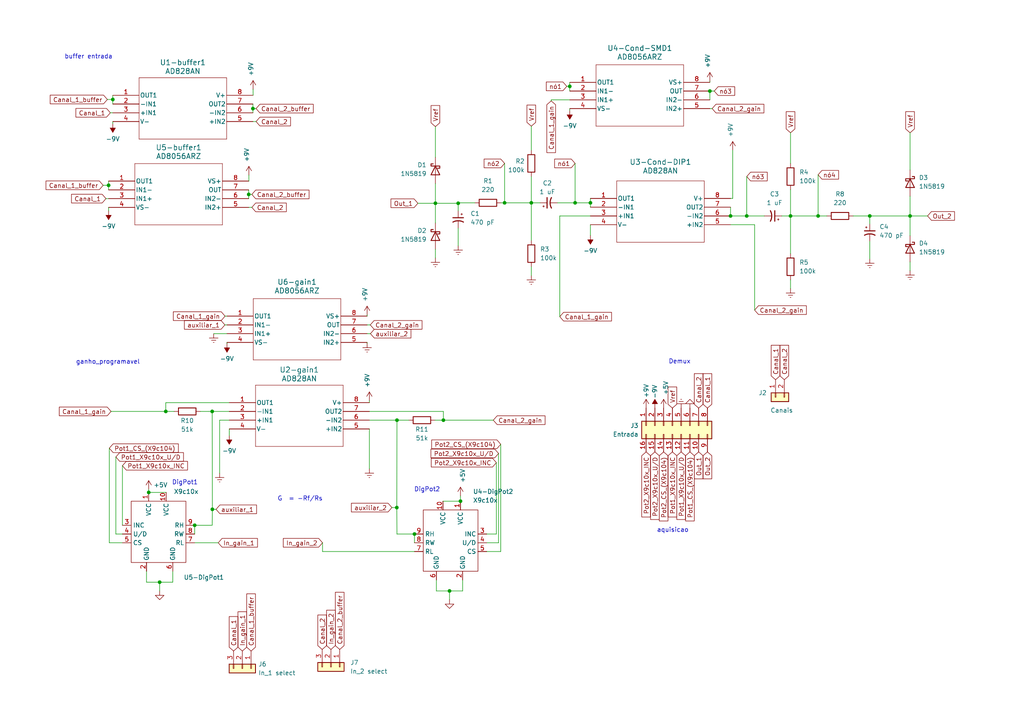
<source format=kicad_sch>
(kicad_sch (version 20230121) (generator eeschema)
  (paper "A4")
  (lib_symbols
    (symbol "AD8056ARZ:AD8056ARZ" (pin_names (offset 0.254))
      (property "Reference" "U" (at 20.32 10.16 0))
      (property "Value" "AD8056ARZ" (at 20.32 7.62 0))
      (symbol "AD8056ARZ_1_1"
        (polyline (pts (xy 7.62 -12.7) (xy 33.02 -12.7)) (stroke (width 0.127)))
        (polyline (pts (xy 7.62 5.08) (xy 7.62 -12.7)) (stroke (width 0.127)))
        (polyline (pts (xy 33.02 -12.7) (xy 33.02 5.08)) (stroke (width 0.127)))
        (polyline (pts (xy 33.02 5.08) (xy 7.62 5.08)) (stroke (width 0.127)))
        (pin unspecified line (at 0 0 0) (length 7.62) (name "OUT1") (number "1"))
        (pin unspecified line (at 0 -2.54 0) (length 7.62) (name "IN1-") (number "2"))
        (pin unspecified line (at 0 -5.08 0) (length 7.62) (name "IN1+") (number "3"))
        (pin power_in line (at 0 -7.62 0) (length 7.62) (name "VS-") (number "4"))
        (pin unspecified line (at 40.64 -7.62 180) (length 7.62) (name "IN2+") (number "5"))
        (pin unspecified line (at 40.64 -5.08 180) (length 7.62) (name "IN2-") (number "6"))
        (pin unspecified line (at 40.64 -2.54 180) (length 7.62) (name "OUT") (number "7"))
        (pin power_in line (at 40.64 0 180) (length 7.62) (name "VS+") (number "8"))
      )
    )
    (symbol "AD828AN:AD828AN" (pin_names (offset 0.254))
      (property "Reference" "U" (at 20.32 10.16 0))
      (property "Value" "AD828AN" (at 20.32 7.62 0))
      (symbol "AD828AN_0_1"
        (polyline (pts (xy 7.62 -12.7) (xy 33.02 -12.7)) (stroke (width 0.127)))
        (polyline (pts (xy 7.62 5.08) (xy 7.62 -12.7)) (stroke (width 0.127)))
        (polyline (pts (xy 33.02 -12.7) (xy 33.02 5.08)) (stroke (width 0.127)))
        (polyline (pts (xy 33.02 5.08) (xy 7.62 5.08)) (stroke (width 0.127)))
        (pin unspecified line (at 0 0 0) (length 7.62) (name "OUT1") (number "1"))
        (pin unspecified line (at 0 -2.54 0) (length 7.62) (name "-IN1") (number "2"))
        (pin unspecified line (at 0 -5.08 0) (length 7.62) (name "+IN1") (number "3"))
        (pin power_in line (at 0 -7.62 0) (length 7.62) (name "V-") (number "4"))
        (pin unspecified line (at 40.64 -7.62 180) (length 7.62) (name "+IN2") (number "5"))
        (pin unspecified line (at 40.64 -5.08 180) (length 7.62) (name "-IN2") (number "6"))
        (pin unspecified line (at 40.64 -2.54 180) (length 7.62) (name "OUT2") (number "7"))
        (pin power_in line (at 40.64 0 180) (length 7.62) (name "V+") (number "8"))
      )
    )
    (symbol "Connector_Generic:Conn_01x02" (pin_names (offset 1.016) hide)
      (property "Reference" "J" (at 0 2.54 0))
      (property "Value" "Conn_01x02" (at 0 -5.08 0))
      (symbol "Conn_01x02_1_1"
        (rectangle (start -1.27 -2.413) (end 0 -2.667) (stroke (width 0.1524)))
        (rectangle (start -1.27 0.127) (end 0 -0.127) (stroke (width 0.1524)))
        (rectangle (start -1.27 1.27) (end 1.27 -3.81) (stroke (width 0.254)) (fill (type background)))
        (pin passive line (at -5.08 0 0) (length 3.81) (name "Pin_1") (number "1"))
        (pin passive line (at -5.08 -2.54 0) (length 3.81) (name "Pin_2") (number "2"))
      )
    )
    (symbol "Connector_Generic:Conn_01x03" (pin_names (offset 1.016) hide)
      (property "Reference" "J" (at 0 5.08 0))
      (property "Value" "Conn_01x03" (at 0 -5.08 0))
      (symbol "Conn_01x03_1_1"
        (rectangle (start -1.27 -2.413) (end 0 -2.667) (stroke (width 0.1524)))
        (rectangle (start -1.27 0.127) (end 0 -0.127) (stroke (width 0.1524)))
        (rectangle (start -1.27 2.667) (end 0 2.413) (stroke (width 0.1524)))
        (rectangle (start -1.27 3.81) (end 1.27 -3.81) (stroke (width 0.254)) (fill (type background)))
        (pin passive line (at -5.08 2.54 0) (length 3.81) (name "Pin_1") (number "1"))
        (pin passive line (at -5.08 0 0) (length 3.81) (name "Pin_2") (number "2"))
        (pin passive line (at -5.08 -2.54 0) (length 3.81) (name "Pin_3") (number "3"))
      )
    )
    (symbol "Connector_Generic:Conn_02x08_Counter_Clockwise" (pin_names (offset 1.016) hide)
      (property "Reference" "J" (at 1.27 10.16 0))
      (property "Value" "Conn_02x08_Counter_Clockwise" (at 1.27 -12.7 0))
      (symbol "Conn_02x08_Counter_Clockwise_1_1"
        (rectangle (start -1.27 -10.033) (end 0 -10.287) (stroke (width 0.1524)))
        (rectangle (start -1.27 -7.493) (end 0 -7.747) (stroke (width 0.1524)))
        (rectangle (start -1.27 -4.953) (end 0 -5.207) (stroke (width 0.1524)))
        (rectangle (start -1.27 -2.413) (end 0 -2.667) (stroke (width 0.1524)))
        (rectangle (start -1.27 0.127) (end 0 -0.127) (stroke (width 0.1524)))
        (rectangle (start -1.27 2.667) (end 0 2.413) (stroke (width 0.1524)))
        (rectangle (start -1.27 5.207) (end 0 4.953) (stroke (width 0.1524)))
        (rectangle (start -1.27 7.747) (end 0 7.493) (stroke (width 0.1524)))
        (rectangle (start -1.27 8.89) (end 3.81 -11.43) (stroke (width 0.254)) (fill (type background)))
        (rectangle (start 3.81 -10.033) (end 2.54 -10.287) (stroke (width 0.1524)))
        (rectangle (start 3.81 -7.493) (end 2.54 -7.747) (stroke (width 0.1524)))
        (rectangle (start 3.81 -4.953) (end 2.54 -5.207) (stroke (width 0.1524)))
        (rectangle (start 3.81 -2.413) (end 2.54 -2.667) (stroke (width 0.1524)))
        (rectangle (start 3.81 0.127) (end 2.54 -0.127) (stroke (width 0.1524)))
        (rectangle (start 3.81 2.667) (end 2.54 2.413) (stroke (width 0.1524)))
        (rectangle (start 3.81 5.207) (end 2.54 4.953) (stroke (width 0.1524)))
        (rectangle (start 3.81 7.747) (end 2.54 7.493) (stroke (width 0.1524)))
        (pin passive line (at -5.08 7.62 0) (length 3.81) (name "Pin_1") (number "1"))
        (pin passive line (at 7.62 -7.62 180) (length 3.81) (name "Pin_10") (number "10"))
        (pin passive line (at 7.62 -5.08 180) (length 3.81) (name "Pin_11") (number "11"))
        (pin passive line (at 7.62 -2.54 180) (length 3.81) (name "Pin_12") (number "12"))
        (pin passive line (at 7.62 0 180) (length 3.81) (name "Pin_13") (number "13"))
        (pin passive line (at 7.62 2.54 180) (length 3.81) (name "Pin_14") (number "14"))
        (pin passive line (at 7.62 5.08 180) (length 3.81) (name "Pin_15") (number "15"))
        (pin passive line (at 7.62 7.62 180) (length 3.81) (name "Pin_16") (number "16"))
        (pin passive line (at -5.08 5.08 0) (length 3.81) (name "Pin_2") (number "2"))
        (pin passive line (at -5.08 2.54 0) (length 3.81) (name "Pin_3") (number "3"))
        (pin passive line (at -5.08 0 0) (length 3.81) (name "Pin_4") (number "4"))
        (pin passive line (at -5.08 -2.54 0) (length 3.81) (name "Pin_5") (number "5"))
        (pin passive line (at -5.08 -5.08 0) (length 3.81) (name "Pin_6") (number "6"))
        (pin passive line (at -5.08 -7.62 0) (length 3.81) (name "Pin_7") (number "7"))
        (pin passive line (at -5.08 -10.16 0) (length 3.81) (name "Pin_8") (number "8"))
        (pin passive line (at 7.62 -10.16 180) (length 3.81) (name "Pin_9") (number "9"))
      )
    )
    (symbol "Device:C_Polarized_Small_US" (pin_numbers hide) (pin_names (offset 0.254) hide)
      (property "Reference" "C" (at 0.254 1.778 0))
      (property "Value" "C_Polarized_Small_US" (at 0.254 -2.032 0))
      (symbol "C_Polarized_Small_US_0_1"
        (polyline (pts (xy -1.524 0.508) (xy 1.524 0.508)) (stroke (width 0.3048)))
        (polyline (pts (xy -1.27 1.524) (xy -0.762 1.524)))
        (polyline (pts (xy -1.016 1.27) (xy -1.016 1.778)))
        (arc (start 1.524 -0.762) (mid 0 -0.3734) (end -1.524 -0.762) (stroke (width 0.3048)))
      )
      (symbol "C_Polarized_Small_US_1_1"
        (pin passive line (at 0 2.54 270) (length 2.032) (name "~") (number "1"))
        (pin passive line (at 0 -2.54 90) (length 2.032) (name "~") (number "2"))
      )
    )
    (symbol "Device:R" (pin_numbers hide) (pin_names (offset 0))
      (property "Reference" "R" (at 2.032 0 90))
      (property "Value" "R" (at 0 0 90))
      (symbol "R_0_1"
        (rectangle (start -1.016 -2.54) (end 1.016 2.54) (stroke (width 0.254)))
      )
      (symbol "R_1_1"
        (pin passive line (at 0 3.81 270) (length 1.27) (name "~") (number "1"))
        (pin passive line (at 0 -3.81 90) (length 1.27) (name "~") (number "2"))
      )
    )
    (symbol "Diode:1N5819" (pin_numbers hide) (pin_names (offset 1.016) hide)
      (property "Reference" "D" (at 0 2.54 0))
      (property "Value" "1N5819" (at 0 -2.54 0))
      (symbol "1N5819_0_1"
        (polyline (pts (xy 1.27 0) (xy -1.27 0)))
        (polyline (pts (xy 1.27 1.27) (xy 1.27 -1.27) (xy -1.27 0) (xy 1.27 1.27)) (stroke (width 0.254)))
        (polyline (pts (xy -1.905 0.635) (xy -1.905 1.27) (xy -1.27 1.27) (xy -1.27 -1.27) (xy -0.635 -1.27) (xy -0.635 -0.635)) (stroke (width 0.254)))
      )
      (symbol "1N5819_1_1"
        (pin passive line (at -3.81 0 0) (length 2.54) (name "K") (number "1"))
        (pin passive line (at 3.81 0 180) (length 2.54) (name "A") (number "2"))
      )
    )
    (symbol "X9c10X_module:X9c10X_module"
      (property "Reference" "U" (at -8.89 10.795 0))
      (property "Value" "X9c10x" (at 12.7 -8.89 0))
      (symbol "X9c10X_module_0_1"
        (polyline (pts (xy -7.62 2.54) (xy -7.62 9.525) (xy 8.255 9.525) (xy 8.255 -8.255) (xy -7.62 -8.255) (xy -7.62 2.54)))
      )
      (symbol "X9c10X_module_1_1"
        (pin passive line (at -2.54 12.065 270) (length 2.54) (name "VCC") (number "1"))
        (pin passive line (at 2.54 12.065 270) (length 2.54) (name "VCC") (number "10"))
        (pin passive line (at -3.175 -10.795 90) (length 2.54) (name "GND") (number "2"))
        (pin passive line (at -10.16 2.54 0) (length 2.54) (name "INC") (number "3"))
        (pin passive line (at -10.16 0 0) (length 2.54) (name "U/D") (number "4"))
        (pin passive line (at -10.16 -2.54 0) (length 2.54) (name "CS") (number "5"))
        (pin passive line (at 4.445 -10.795 90) (length 2.54) (name "GND") (number "6"))
        (pin passive line (at 10.795 -2.54 180) (length 2.54) (name "RL") (number "7"))
        (pin passive line (at 10.795 0 180) (length 2.54) (name "RW") (number "8"))
        (pin passive line (at 10.795 2.54 180) (length 2.54) (name "RH") (number "9"))
      )
    )
    (symbol "power:+5V" (power) (pin_names (offset 0))
      (property "Value" "+5V" (at 0 3.556 0))
      (symbol "+5V_0_1"
        (polyline (pts (xy -0.762 1.27) (xy 0 2.54)))
        (polyline (pts (xy 0 0) (xy 0 2.54)))
        (polyline (pts (xy 0 2.54) (xy 0.762 1.27)))
      )
      (symbol "+5V_1_1"
        (pin power_in line (at 0 0 90) (length 0) hide (name "+5V") (number "1"))
      )
    )
    (symbol "power:+9V" (power) (pin_names (offset 0))
      (property "Value" "+9V" (at 0 3.556 0))
      (symbol "+9V_0_1"
        (polyline (pts (xy -0.762 1.27) (xy 0 2.54)))
        (polyline (pts (xy 0 0) (xy 0 2.54)))
        (polyline (pts (xy 0 2.54) (xy 0.762 1.27)))
      )
      (symbol "+9V_1_1"
        (pin power_in line (at 0 0 90) (length 0) hide (name "+9V") (number "1"))
      )
    )
    (symbol "power:-9V" (power) (pin_names (offset 0))
      (property "Value" "-9V" (at 0 3.81 0))
      (symbol "-9V_0_1"
        (polyline (pts (xy 0 0) (xy 0 2.54)))
        (polyline (pts (xy 0.762 1.27) (xy -0.762 1.27) (xy 0 2.54) (xy 0.762 1.27)) (fill (type outline)))
      )
      (symbol "-9V_1_1"
        (pin power_in line (at 0 0 90) (length 0) hide (name "-9V") (number "1"))
      )
    )
    (symbol "power:Earth" (power) (pin_names (offset 0))
      (symbol "Earth_0_1"
        (polyline (pts (xy -0.635 -1.905) (xy 0.635 -1.905)))
        (polyline (pts (xy -0.127 -2.54) (xy 0.127 -2.54)))
        (polyline (pts (xy 0 -1.27) (xy 0 0)))
        (polyline (pts (xy 1.27 -1.27) (xy -1.27 -1.27)))
      )
      (symbol "Earth_1_1"
        (pin power_in line (at 0 0 270) (length 0) hide (name "Earth") (number "1"))
      )
    )
    (symbol "power:GND" (power) (pin_names (offset 0))
      (property "Value" "GND" (at 0 -3.81 0))
      (symbol "GND_0_1"
        (polyline (pts (xy 0 0) (xy 0 -1.27) (xy 1.27 -1.27) (xy 0 -2.54) (xy -1.27 -1.27) (xy 0 -1.27)))
      )
      (symbol "GND_1_1"
        (pin power_in line (at 0 0 270) (length 0) hide (name "GND") (number "1"))
      )
    )
  )
  (junction (at 115.1382 121.8692))
  (junction (at 154.1006 58.8264))
  (junction (at 146.3524 58.8264))
  (junction (at 31.496 53.7464))
  (junction (at 132.8904 58.9534))
  (junction (at 115.0874 147.2184))
  (junction (at 46.3042 168.8592))
  (junction (at 165.2524 25.0444))
  (junction (at 72.136 56.388))
  (junction (at 171.2468 58.8264))
  (junction (at 126.2864 58.9534))
  (junction (at 61.595 147.7264))
  (junction (at 252.2704 62.6364))
  (junction (at 237.2844 62.6364))
  (junction (at 61.5442 119.3292))
  (junction (at 205.8924 26.416))
  (junction (at 263.9544 62.6364))
  (junction (at 56.4642 152.3492))
  (junction (at 128.6002 121.8692))
  (junction (at 73.3552 31.496))
  (junction (at 48.0822 119.3292))
  (junction (at 216.5846 62.6364))
  (junction (at 120.2182 154.8892))
  (junction (at 32.7152 28.8544))
  (junction (at 166.8006 58.8264))
  (junction (at 43.1292 142.8242))
  (junction (at 130.3782 171.3992))
  (junction (at 211.8868 62.6364))
  (junction (at 133.5532 145.3642))
  (junction (at 229.2846 62.6364))
  (wire (pts (xy 145.3364 58.8264) (xy 146.3524 58.8264)))
  (wire (pts (xy 73.3552 30.1752) (xy 73.3552 31.496)))
  (wire (pts (xy 50.4952 119.3292) (xy 48.0822 119.3292)))
  (wire (pts (xy 31.6992 157.4292) (xy 35.5092 157.4292)))
  (wire (pts (xy 166.8006 58.8264) (xy 161.7206 58.8264)))
  (wire (pts (xy 128.6002 121.8692) (xy 143.0782 121.8692)))
  (wire (pts (xy 61.976 96.774) (xy 65.8368 96.774)))
  (wire (pts (xy 211.8868 65.1764) (xy 218.8718 65.1764)))
  (wire (pts (xy 218.8718 89.9414) (xy 218.8718 65.1764)))
  (wire (pts (xy 115.1382 121.8692) (xy 118.5672 121.8692)))
  (wire (pts (xy 205.8924 26.416) (xy 207.1624 26.416)))
  (wire (pts (xy 132.8904 58.9534) (xy 126.2864 58.9534)))
  (wire (pts (xy 162.3568 62.6364) (xy 162.3568 91.8464)))
  (wire (pts (xy 113.665 147.2184) (xy 115.0874 147.2184)))
  (wire (pts (xy 107.1372 135.9662) (xy 107.1372 124.4092)))
  (wire (pts (xy 126.1872 121.8692) (xy 128.6002 121.8692)))
  (wire (pts (xy 72.136 56.388) (xy 72.136 57.6072)))
  (wire (pts (xy 146.3524 47.3964) (xy 146.3524 58.8264)))
  (wire (pts (xy 166.8006 58.8264) (xy 171.2468 58.8264)))
  (wire (pts (xy 154.1006 77.3684) (xy 154.1006 79.9084)))
  (wire (pts (xy 46.3042 168.8592) (xy 42.4942 168.8592)))
  (wire (pts (xy 226.7446 62.6364) (xy 229.2846 62.6364)))
  (wire (pts (xy 115.0874 147.2184) (xy 115.1382 121.8692)))
  (wire (pts (xy 165.2524 25.0444) (xy 165.2524 26.416)))
  (wire (pts (xy 31.496 52.5272) (xy 31.496 53.7464)))
  (wire (pts (xy 143.9672 154.8892) (xy 141.1732 154.8892)))
  (wire (pts (xy 48.0822 119.3292) (xy 32.2072 119.3292)))
  (wire (pts (xy 48.2092 142.8242) (xy 43.1292 142.8242)))
  (wire (pts (xy 126.5682 171.3992) (xy 130.3782 171.3992)))
  (wire (pts (xy 61.595 147.7264) (xy 61.5442 119.3292)))
  (wire (pts (xy 263.9544 68.3514) (xy 263.9544 62.6364)))
  (wire (pts (xy 237.2844 62.6364) (xy 239.8244 62.6364)))
  (wire (pts (xy 229.2846 38.5064) (xy 229.2846 47.3964)))
  (wire (pts (xy 106.4768 99.568) (xy 106.4768 99.314)))
  (wire (pts (xy 62.6618 147.7264) (xy 61.595 147.7264)))
  (wire (pts (xy 206.5528 31.496) (xy 205.8924 31.496)))
  (wire (pts (xy 130.3782 171.3992) (xy 130.3782 173.9392)))
  (wire (pts (xy 252.2704 70.0024) (xy 252.2704 75.0824)))
  (wire (pts (xy 46.3042 168.8592) (xy 46.3042 171.3992)))
  (wire (pts (xy 32.7152 35.2552) (xy 32.7152 35.8648)))
  (wire (pts (xy 66.4972 124.4092) (xy 66.4972 126.3142)))
  (wire (pts (xy 31.496 61.1632) (xy 31.496 60.1472)))
  (wire (pts (xy 165.2524 23.876) (xy 165.2524 25.0444)))
  (wire (pts (xy 126.2864 64.6684) (xy 126.2864 58.9534)))
  (wire (pts (xy 61.5442 152.3492) (xy 61.595 147.7264)))
  (wire (pts (xy 165.2524 32.0548) (xy 165.2524 31.496)))
  (wire (pts (xy 162.3568 62.6364) (xy 171.2468 62.6364)))
  (wire (pts (xy 134.1882 171.3992) (xy 134.1882 168.2242)))
  (wire (pts (xy 252.2704 62.6364) (xy 252.2704 64.9224)))
  (wire (pts (xy 42.4942 168.8592) (xy 42.4942 165.6842)))
  (wire (pts (xy 32.004 32.7152) (xy 32.7152 32.7152)))
  (wire (pts (xy 63.2968 157.4292) (xy 56.4642 157.4292)))
  (wire (pts (xy 72.136 56.388) (xy 73.0504 56.388)))
  (wire (pts (xy 252.2704 62.6364) (xy 263.9544 62.6364)))
  (wire (pts (xy 165.2524 28.956) (xy 159.8676 28.956)))
  (wire (pts (xy 120.2182 159.9692) (xy 93.5482 159.9692)))
  (wire (pts (xy 143.9672 134.1882) (xy 143.9672 154.8892)))
  (wire (pts (xy 32.7152 28.8544) (xy 31.1404 28.8544)))
  (wire (pts (xy 263.9544 62.6364) (xy 269.0344 62.6364)))
  (wire (pts (xy 107.1372 121.8692) (xy 115.1382 121.8692)))
  (wire (pts (xy 43.1292 141.9352) (xy 43.1292 142.8242)))
  (wire (pts (xy 166.8006 47.3964) (xy 166.8006 58.8264)))
  (wire (pts (xy 229.2846 62.6364) (xy 229.2846 73.5584)))
  (wire (pts (xy 154.1006 51.2064) (xy 154.1006 58.8264)))
  (wire (pts (xy 128.4732 145.3642) (xy 133.5532 145.3642)))
  (wire (pts (xy 72.1868 50.8) (xy 72.1868 52.5272)))
  (wire (pts (xy 171.2468 57.5564) (xy 171.2468 58.8264)))
  (wire (pts (xy 107.1372 116.2304) (xy 107.1372 116.7892)))
  (wire (pts (xy 115.1382 154.8892) (xy 115.0874 147.2184)))
  (wire (pts (xy 144.6022 157.4292) (xy 141.1732 157.4292)))
  (wire (pts (xy 237.2844 50.6984) (xy 237.2844 62.6364)))
  (wire (pts (xy 145.2372 128.8542) (xy 145.2372 159.9692)))
  (wire (pts (xy 212.5218 43.5864) (xy 212.5218 57.5564)))
  (wire (pts (xy 229.2846 62.6364) (xy 237.2844 62.6364)))
  (wire (pts (xy 61.5442 119.3292) (xy 66.4972 119.3292)))
  (wire (pts (xy 106.4768 91.3384) (xy 106.4768 91.694)))
  (wire (pts (xy 132.8904 66.1924) (xy 132.8904 71.2724)))
  (wire (pts (xy 247.4444 62.6364) (xy 252.2704 62.6364)))
  (wire (pts (xy 126.2864 53.2384) (xy 126.2864 58.9534)))
  (wire (pts (xy 72.136 55.0672) (xy 72.136 56.388)))
  (wire (pts (xy 72.136 52.5272) (xy 72.1868 52.5272)))
  (wire (pts (xy 128.6002 119.3292) (xy 128.6002 121.8692)))
  (wire (pts (xy 205.8924 23.5712) (xy 205.8924 23.876)))
  (wire (pts (xy 263.9544 38.5064) (xy 263.9544 49.3014)))
  (wire (pts (xy 33.6042 154.8892) (xy 35.5092 154.8892)))
  (wire (pts (xy 133.5532 143.8402) (xy 133.5532 145.3642)))
  (wire (pts (xy 63.7032 137.2362) (xy 63.7032 121.8692)))
  (wire (pts (xy 120.2182 154.8892) (xy 120.2182 157.4292)))
  (wire (pts (xy 145.2372 159.9692) (xy 141.1732 159.9692)))
  (wire (pts (xy 30.734 57.6072) (xy 31.496 57.6072)))
  (wire (pts (xy 63.7032 121.8692) (xy 66.4972 121.8692)))
  (wire (pts (xy 106.4768 94.234) (xy 107.3912 94.234)))
  (wire (pts (xy 154.1006 36.6014) (xy 154.1006 43.5864)))
  (wire (pts (xy 74.2696 35.2552) (xy 73.3552 35.2552)))
  (wire (pts (xy 144.6022 131.5212) (xy 144.6022 157.4292)))
  (wire (pts (xy 212.5218 57.5564) (xy 211.8868 57.5564)))
  (wire (pts (xy 35.5092 135.0772) (xy 35.5092 152.3492)))
  (wire (pts (xy 126.2864 72.2884) (xy 126.2864 74.8284)))
  (wire (pts (xy 31.496 53.7464) (xy 29.9212 53.7464)))
  (wire (pts (xy 126.5682 171.3992) (xy 126.5682 168.2242)))
  (wire (pts (xy 73.3552 31.496) (xy 74.2696 31.496)))
  (wire (pts (xy 126.2864 36.7284) (xy 126.2864 45.6184)))
  (wire (pts (xy 164.3888 25.0444) (xy 165.2524 25.0444)))
  (wire (pts (xy 263.9544 75.9714) (xy 263.9544 78.5114)))
  (wire (pts (xy 159.8676 28.956) (xy 159.8676 29.2608)))
  (wire (pts (xy 50.1142 168.8592) (xy 50.1142 165.6842)))
  (wire (pts (xy 33.6042 132.5372) (xy 33.6042 154.8892)))
  (wire (pts (xy 48.0822 116.7892) (xy 48.0822 119.3292)))
  (wire (pts (xy 93.5482 159.9692) (xy 93.5482 157.4292)))
  (wire (pts (xy 229.2846 55.0164) (xy 229.2846 62.6364)))
  (wire (pts (xy 31.496 53.7464) (xy 31.496 55.0672)))
  (wire (pts (xy 65.8368 99.6188) (xy 65.8368 99.314)))
  (wire (pts (xy 56.4642 152.3492) (xy 56.4642 154.8892)))
  (wire (pts (xy 61.5442 119.3292) (xy 58.1152 119.3292)))
  (wire (pts (xy 211.8868 60.0964) (xy 211.8868 62.6364)))
  (wire (pts (xy 73.0504 60.1472) (xy 72.136 60.1472)))
  (wire (pts (xy 216.5846 51.2064) (xy 216.5846 62.6364)))
  (wire (pts (xy 61.5442 152.3492) (xy 56.4642 152.3492)))
  (wire (pts (xy 216.5846 62.6364) (xy 211.8868 62.6364)))
  (wire (pts (xy 115.1382 154.8892) (xy 120.2182 154.8892)))
  (wire (pts (xy 154.1006 58.8264) (xy 154.1006 69.7484)))
  (wire (pts (xy 32.7152 28.8544) (xy 32.7152 30.1752)))
  (wire (pts (xy 50.1142 168.8592) (xy 46.3042 168.8592)))
  (wire (pts (xy 73.3552 27.6352) (xy 73.406 27.6352)))
  (wire (pts (xy 31.6992 129.9972) (xy 31.6992 157.4292)))
  (wire (pts (xy 137.7164 58.8264) (xy 132.8904 58.8264)))
  (wire (pts (xy 132.8904 58.9534) (xy 132.8904 58.8264)))
  (wire (pts (xy 132.8904 58.9534) (xy 132.8904 61.1124)))
  (wire (pts (xy 32.7152 27.6352) (xy 32.7152 28.8544)))
  (wire (pts (xy 263.9544 56.9214) (xy 263.9544 62.6364)))
  (wire (pts (xy 107.1372 119.3292) (xy 128.6002 119.3292)))
  (wire (pts (xy 73.406 25.908) (xy 73.406 27.6352)))
  (wire (pts (xy 126.2864 58.9534) (xy 121.2064 58.9534)))
  (wire (pts (xy 65.2272 94.234) (xy 65.8368 94.234)))
  (wire (pts (xy 156.6406 58.8264) (xy 154.1006 58.8264)))
  (wire (pts (xy 205.8924 26.416) (xy 205.8924 28.956)))
  (wire (pts (xy 229.2846 81.1784) (xy 229.2846 83.7184)))
  (wire (pts (xy 171.2468 58.8264) (xy 171.2468 60.0964)))
  (wire (pts (xy 48.0822 116.7892) (xy 66.4972 116.7892)))
  (wire (pts (xy 107.442 96.774) (xy 106.4768 96.774)))
  (wire (pts (xy 171.2468 65.1764) (xy 171.2468 68.2752)))
  (wire (pts (xy 65.278 91.694) (xy 65.8368 91.694)))
  (wire (pts (xy 154.1006 58.8264) (xy 146.3524 58.8264)))
  (wire (pts (xy 73.3552 31.496) (xy 73.3552 32.7152)))
  (wire (pts (xy 130.3782 171.3992) (xy 134.1882 171.3992)))
  (wire (pts (xy 216.5846 62.6364) (xy 221.6646 62.6364)))
  (text "DigPot2\n" (at 120.0912 142.8242 0) (effects (font (size 1.27 1.27)) (justify left bottom)))
  (text "Demux" (at 193.9036 105.7148 0) (effects (font (size 1.27 1.27)) (justify left bottom)))
  (text "G  = -Rf/Rs\n" (at 80.4672 145.4912 0) (effects (font (size 1.27 1.27)) (justify left bottom)))
  (text "aquisicao\n" (at 190.5 154.5844 0) (effects (font (size 1.27 1.27)) (justify left bottom)))
  (text "ganho_programavel\n" (at 21.9964 105.8164 0) (effects (font (size 1.27 1.27)) (justify left bottom)))
  (text "buffer entrada\n" (at 18.6944 17.272 0) (effects (font (size 1.27 1.27)) (justify left bottom)))
  (text "DigPot1\n" (at 49.8602 140.7922 0) (effects (font (size 1.27 1.27)) (justify left bottom)))
  (global_label "Canal_2_buffer" (shape input) (at 73.0504 56.388 0) (property "Intersheetrefs" "${INTERSHEET_REFS}" (effects hide)))
  (global_label "Pot2_X9c10x_INC" (shape input) (at 143.9672 134.1882 180) (property "Intersheetrefs" "${INTERSHEET_REFS}" (effects hide)))
  (global_label "In_gain_2" (shape input) (at 93.5482 157.4292 180) (property "Intersheetrefs" "${INTERSHEET_REFS}" (effects hide)))
  (global_label "Vref" (shape input) (at 195.0212 118.364 90) (property "Intersheetrefs" "${INTERSHEET_REFS}" (effects hide)))
  (global_label "Canal_1" (shape input) (at 205.1812 118.364 90) (property "Intersheetrefs" "${INTERSHEET_REFS}" (effects hide)))
  (global_label "Pot2_X9c10x_U{slash}D" (shape input) (at 189.9412 131.064 270) (property "Intersheetrefs" "${INTERSHEET_REFS}" (effects hide)))
  (global_label "Pot1_X9c10x_INC" (shape input) (at 35.5092 135.0772 0) (property "Intersheetrefs" "${INTERSHEET_REFS}" (effects hide)))
  (global_label "Pot1_X9c10x_U{slash}D" (shape input) (at 197.5612 131.064 270) (property "Intersheetrefs" "${INTERSHEET_REFS}" (effects hide)))
  (global_label "Vref" (shape input) (at 263.9544 38.5064 90) (property "Intersheetrefs" "${INTERSHEET_REFS}" (effects hide)))
  (global_label "Canal_1_buffer" (shape input) (at 31.1404 28.8544 180) (property "Intersheetrefs" "${INTERSHEET_REFS}" (effects hide)))
  (global_label "Canal_1_buffer" (shape input) (at 72.8218 188.8236 90) (property "Intersheetrefs" "${INTERSHEET_REFS}" (effects hide)))
  (global_label "Canal_2_gain" (shape input) (at 143.0782 121.8692 0) (property "Intersheetrefs" "${INTERSHEET_REFS}" (effects hide)))
  (global_label "Pot1_CS_(X9c104)" (shape input) (at 200.1012 131.064 270) (property "Intersheetrefs" "${INTERSHEET_REFS}" (effects hide)))
  (global_label "Out_2" (shape input) (at 269.0344 62.6364 0) (property "Intersheetrefs" "${INTERSHEET_REFS}" (effects hide)))
  (global_label "Canal_2_buffer" (shape input) (at 74.2696 31.496 0) (property "Intersheetrefs" "${INTERSHEET_REFS}" (effects hide)))
  (global_label "nó2" (shape input) (at 146.3524 47.3964 180) (property "Intersheetrefs" "${INTERSHEET_REFS}" (effects hide)))
  (global_label "In_gain_1" (shape input) (at 63.2968 157.4292 0) (property "Intersheetrefs" "${INTERSHEET_REFS}" (effects hide)))
  (global_label "Vref" (shape input) (at 126.2864 36.7284 90) (property "Intersheetrefs" "${INTERSHEET_REFS}" (effects hide)))
  (global_label "Canal_1_gain" (shape input) (at 65.278 91.694 180) (property "Intersheetrefs" "${INTERSHEET_REFS}" (effects hide)))
  (global_label "Vref" (shape input) (at 154.1006 36.6014 90) (property "Intersheetrefs" "${INTERSHEET_REFS}" (effects hide)))
  (global_label "Canal_1" (shape input) (at 224.9424 110.1344 90) (property "Intersheetrefs" "${INTERSHEET_REFS}" (effects hide)))
  (global_label "nó1" (shape input) (at 164.3888 25.0444 180) (property "Intersheetrefs" "${INTERSHEET_REFS}" (effects hide)))
  (global_label "nó3" (shape input) (at 207.1624 26.416 0) (property "Intersheetrefs" "${INTERSHEET_REFS}" (effects hide)))
  (global_label "Canal_1_gain" (shape input) (at 32.2072 119.3292 180) (property "Intersheetrefs" "${INTERSHEET_REFS}" (effects hide)))
  (global_label "Canal_2" (shape input) (at 227.4824 110.1344 90) (property "Intersheetrefs" "${INTERSHEET_REFS}" (effects hide)))
  (global_label "Out_1" (shape input) (at 202.6412 131.064 270) (property "Intersheetrefs" "${INTERSHEET_REFS}" (effects hide)))
  (global_label "Pot2_X9c10x_INC" (shape input) (at 187.4012 131.064 270) (property "Intersheetrefs" "${INTERSHEET_REFS}" (effects hide)))
  (global_label "Pot2_CS_(X9c104)" (shape input) (at 145.2372 128.8542 180) (property "Intersheetrefs" "${INTERSHEET_REFS}" (effects hide)))
  (global_label "Pot1_CS_(X9c104)" (shape input) (at 31.6992 129.9972 0) (property "Intersheetrefs" "${INTERSHEET_REFS}" (effects hide)))
  (global_label "Canal_2" (shape input) (at 93.4466 188.3664 90) (property "Intersheetrefs" "${INTERSHEET_REFS}" (effects hide)))
  (global_label "Canal_2_buffer" (shape input) (at 98.5266 188.3664 90) (property "Intersheetrefs" "${INTERSHEET_REFS}" (effects hide)))
  (global_label "auxiliar_2" (shape input) (at 113.665 147.2184 180) (property "Intersheetrefs" "${INTERSHEET_REFS}" (effects hide)))
  (global_label "Canal_1" (shape input) (at 67.7418 188.8236 90) (property "Intersheetrefs" "${INTERSHEET_REFS}" (effects hide)))
  (global_label "Canal_1_gain" (shape input) (at 162.3568 91.8464 0) (property "Intersheetrefs" "${INTERSHEET_REFS}" (effects hide)))
  (global_label "Canal_2" (shape input) (at 202.6412 118.364 90) (property "Intersheetrefs" "${INTERSHEET_REFS}" (effects hide)))
  (global_label "Canal_1" (shape input) (at 32.004 32.7152 180) (property "Intersheetrefs" "${INTERSHEET_REFS}" (effects hide)))
  (global_label "auxiliar_1" (shape input) (at 65.2272 94.234 180) (property "Intersheetrefs" "${INTERSHEET_REFS}" (effects hide)))
  (global_label "auxiliar_2" (shape input) (at 107.442 96.774 0) (property "Intersheetrefs" "${INTERSHEET_REFS}" (effects hide)))
  (global_label "Vref" (shape input) (at 229.2846 38.5064 90) (property "Intersheetrefs" "${INTERSHEET_REFS}" (effects hide)))
  (global_label "Canal_1" (shape input) (at 30.734 57.6072 180) (property "Intersheetrefs" "${INTERSHEET_REFS}" (effects hide)))
  (global_label "Out_2" (shape input) (at 205.1812 131.064 270) (property "Intersheetrefs" "${INTERSHEET_REFS}" (effects hide)))
  (global_label "nó1" (shape input) (at 166.8006 47.3964 180) (property "Intersheetrefs" "${INTERSHEET_REFS}" (effects hide)))
  (global_label "In_gain_2" (shape input) (at 95.9866 188.3664 90) (property "Intersheetrefs" "${INTERSHEET_REFS}" (effects hide)))
  (global_label "Canal_2_gain" (shape input) (at 206.5528 31.496 0) (property "Intersheetrefs" "${INTERSHEET_REFS}" (effects hide)))
  (global_label "Canal_2" (shape input) (at 73.0504 60.1472 0) (property "Intersheetrefs" "${INTERSHEET_REFS}" (effects hide)))
  (global_label "Pot2_CS_(X9c104)" (shape input) (at 192.4812 131.064 270) (property "Intersheetrefs" "${INTERSHEET_REFS}" (effects hide)))
  (global_label "Canal_1_gain" (shape input) (at 159.8676 29.2608 270) (property "Intersheetrefs" "${INTERSHEET_REFS}" (effects hide)))
  (global_label "Canal_2" (shape input) (at 74.2696 35.2552 0) (property "Intersheetrefs" "${INTERSHEET_REFS}" (effects hide)))
  (global_label "Canal_1_buffer" (shape input) (at 29.9212 53.7464 180) (property "Intersheetrefs" "${INTERSHEET_REFS}" (effects hide)))
  (global_label "Pot1_X9c10x_U{slash}D" (shape input) (at 33.6042 132.5372 0) (property "Intersheetrefs" "${INTERSHEET_REFS}" (effects hide)))
  (global_label "In_gain_1" (shape input) (at 70.2818 188.8236 90) (property "Intersheetrefs" "${INTERSHEET_REFS}" (effects hide)))
  (global_label "Canal_2_gain" (shape input) (at 218.8718 89.9414 0) (property "Intersheetrefs" "${INTERSHEET_REFS}" (effects hide)))
  (global_label "auxiliar_1" (shape input) (at 62.6618 147.7264 0) (property "Intersheetrefs" "${INTERSHEET_REFS}" (effects hide)))
  (global_label "Pot2_X9c10x_U{slash}D" (shape input) (at 144.6022 131.5212 180) (property "Intersheetrefs" "${INTERSHEET_REFS}" (effects hide)))
  (global_label "nó4" (shape input) (at 237.2844 50.6984 0) (property "Intersheetrefs" "${INTERSHEET_REFS}" (effects hide)))
  (global_label "Pot1_X9c10x_INC" (shape input) (at 195.0212 131.064 270) (property "Intersheetrefs" "${INTERSHEET_REFS}" (effects hide)))
  (global_label "Canal_2_gain" (shape input) (at 107.3912 94.234 0) (property "Intersheetrefs" "${INTERSHEET_REFS}" (effects hide)))
  (global_label "nó3" (shape input) (at 216.5846 51.2064 0) (property "Intersheetrefs" "${INTERSHEET_REFS}" (effects hide)))
  (global_label "Out_1" (shape input) (at 121.2064 58.9534 180) (property "Intersheetrefs" "${INTERSHEET_REFS}" (effects hide)))
  (symbol (lib_id "power:+9V") (at 106.4768 91.3384 0) (unit 1)
    (property "Reference" "#PWR012" (effects hide))
    (property "Value" "+9V" (at 105.8418 87.5284 90) (effects (justify left)))
  )
  (symbol (lib_id "power:GND") (at 46.3042 171.3992 0) (unit 1)
    (property "Reference" "#PWR016" (effects hide))
    (property "Value" "Earth" (effects hide))
  )
  (symbol (lib_id "Device:R") (at 229.2846 77.3684 0) (unit 1)
    (property "Reference" "R5" (at 231.8246 76.0984 0) (effects (justify left)))
    (property "Value" "100k" (at 231.8246 78.6384 0) (effects (justify left)))
    (property "Footprint" "Resistor_THT:R_Axial_DIN0207_L6.3mm_D2.5mm_P7.62mm_Horizontal" (effects hide))
  )
  (symbol (lib_id "Device:C_Polarized_Small_US") (at 224.2046 62.6364 270) (mirror x) (unit 1)
    (property "Reference" "C3" (at 224.6364 56.2864 90))
    (property "Value" "1 uF" (at 224.6364 58.8264 90))
    (property "Footprint" "Capacitor_THT:CP_Radial_D5.0mm_P2.50mm" (effects hide))
  )
  (symbol (lib_id "AD828AN:AD828AN") (at 171.2468 57.5564 0) (unit 1)
    (property "Reference" "U3-Cond-DIP1" (at 191.5668 46.99 0) (effects (font (size 1.524 1.524))))
    (property "Value" "AD828AN" (at 191.5668 49.53 0) (effects (font (size 1.524 1.524))))
    (property "Footprint" "AD828:N_8_ADI" (effects hide))
    (property "Datasheet" "AD828AN" (effects hide))
  )
  (symbol (lib_id "Connector_Generic:Conn_01x03") (at 95.9866 193.4464 270) (unit 1)
    (property "Reference" "J7" (at 101.6 192.1764 90) (effects (justify left)))
    (property "Value" "In_2 select" (at 101.6 194.7164 90) (effects (justify left)))
    (property "Footprint" "Connector_PinHeader_2.54mm:PinHeader_1x03_P2.54mm_Vertical" (effects hide))
  )
  (symbol (lib_id "AD828AN:AD828AN") (at 32.7152 27.6352 0) (unit 1)
    (property "Reference" "U1-buffer1" (at 53.0352 18.1102 0) (effects (font (size 1.524 1.524))))
    (property "Value" "AD828AN" (at 53.0352 20.6502 0) (effects (font (size 1.524 1.524))))
    (property "Footprint" "AD828:N_8_ADI" (effects hide))
    (property "Datasheet" "AD828AN" (effects hide))
  )
  (symbol (lib_id "power:GND") (at 130.3782 173.9392 0) (mirror y) (unit 1)
    (property "Reference" "#PWR022" (effects hide))
    (property "Value" "Earth" (effects hide))
  )
  (symbol (lib_id "Device:C_Polarized_Small_US") (at 252.2704 67.4624 0) (unit 1)
    (property "Reference" "C4" (at 255.0644 65.7606 0) (effects (justify left)))
    (property "Value" "470 pF" (at 255.0644 68.3006 0) (effects (justify left)))
    (property "Footprint" "Capacitor_THT:CP_Radial_D5.0mm_P2.50mm" (effects hide))
  )
  (symbol (lib_id "power:Earth") (at 252.2704 75.0824 0) (unit 1)
    (property "Reference" "#PWR045" (effects hide))
    (property "Value" "Earth" (effects hide))
  )
  (symbol (lib_id "power:-9V") (at 165.2524 32.0548 180) (unit 1)
    (property "Reference" "#PWR01" (effects hide))
    (property "Value" "-9V" (at 165.2524 36.4998 0))
  )
  (symbol (lib_id "Device:R") (at 141.5264 58.8264 270) (mirror x) (unit 1)
    (property "Reference" "R1" (at 141.5264 52.4764 90))
    (property "Value" "220" (at 141.5264 55.0164 90))
    (property "Footprint" "Resistor_THT:R_Axial_DIN0207_L6.3mm_D2.5mm_P7.62mm_Horizontal" (effects hide))
  )
  (symbol (lib_id "power:+5V") (at 192.4812 118.364 0) (mirror y) (unit 1)
    (property "Reference" "#PWR024" (effects hide))
    (property "Value" "+5V" (at 193.1162 114.554 90) (effects (justify left)))
  )
  (symbol (lib_id "Device:R") (at 54.3052 119.3292 270) (mirror x) (unit 1)
    (property "Reference" "R10" (at 54.3052 121.9962 90))
    (property "Value" "51k" (at 54.3052 124.5362 90))
    (property "Footprint" "Resistor_THT:R_Axial_DIN0207_L6.3mm_D2.5mm_P7.62mm_Horizontal" (effects hide))
  )
  (symbol (lib_id "power:+5V") (at 43.1292 141.9352 0) (unit 1)
    (property "Reference" "#PWR014" (effects hide))
    (property "Value" "+5V" (at 44.5262 140.6652 0) (effects (justify left)))
  )
  (symbol (lib_id "Connector_Generic:Conn_01x02") (at 224.9424 115.2144 90) (mirror x) (unit 1)
    (property "Reference" "J2" (at 222.4024 113.9444 90) (effects (justify left)))
    (property "Value" "Canais" (at 230.0224 119.0244 90) (effects (justify left)))
    (property "Footprint" "Connector_PinHeader_2.54mm:PinHeader_1x02_P2.54mm_Vertical" (effects hide))
  )
  (symbol (lib_id "AD8056ARZ:AD8056ARZ") (at 165.2524 23.876 0) (unit 1)
    (property "Reference" "U4-Cond-SMD1" (at 185.5724 13.97 0) (effects (font (size 1.524 1.524))))
    (property "Value" "AD8056ARZ" (at 185.5724 16.51 0) (effects (font (size 1.524 1.524))))
    (property "Footprint" "AD8056ARZ:R_8_ADI" (effects hide))
    (property "Datasheet" "AD8056ARZ" (effects hide))
  )
  (symbol (lib_id "Connector_Generic:Conn_02x08_Counter_Clockwise") (at 195.0212 123.444 90) (mirror x) (unit 1)
    (property "Reference" "J3" (at 185.2168 123.444 90) (effects (justify left)))
    (property "Value" "Entrada" (at 185.2168 125.984 90) (effects (justify left)))
    (property "Footprint" "Connector_PinHeader_2.54mm:PinHeader_2x08_P2.54mm_Horizontal" (effects hide))
  )
  (symbol (lib_id "power:-9V") (at 171.2468 68.2752 180) (unit 1)
    (property "Reference" "#PWR030" (effects hide))
    (property "Value" "-9V" (at 171.2468 72.7202 0))
  )
  (symbol (lib_id "Diode:1N5819") (at 263.9544 72.1614 270) (unit 1)
    (property "Reference" "D4" (at 266.4944 70.5739 90) (effects (justify left)))
    (property "Value" "1N5819" (at 266.4944 73.1139 90) (effects (justify left)))
    (property "Footprint" "Diode_THT:D_DO-41_SOD81_P10.16mm_Horizontal" (effects hide))
    (property "Datasheet" "http://www.vishay.com/docs/88525/1n5817.pdf" (effects hide))
  )
  (symbol (lib_id "power:Earth") (at 126.2864 74.8284 0) (mirror y) (unit 1)
    (property "Reference" "#PWR015" (effects hide))
    (property "Value" "Earth" (effects hide))
  )
  (symbol (lib_id "power:Earth") (at 197.5612 118.364 180) (unit 1)
    (property "Reference" "#PWR06" (effects hide))
    (property "Value" "Earth" (effects hide))
  )
  (symbol (lib_id "Device:R") (at 229.2846 51.2064 0) (unit 1)
    (property "Reference" "R4" (at 231.8246 49.9364 0) (effects (justify left)))
    (property "Value" "100k" (at 231.8246 52.4764 0) (effects (justify left)))
    (property "Footprint" "Resistor_THT:R_Axial_DIN0207_L6.3mm_D2.5mm_P7.62mm_Horizontal" (effects hide))
  )
  (symbol (lib_id "power:Earth") (at 63.7032 137.2362 0) (mirror y) (unit 1)
    (property "Reference" "#PWR017" (effects hide))
    (property "Value" "Earth" (effects hide))
  )
  (symbol (lib_id "power:-9V") (at 32.7152 35.8648 180) (unit 1)
    (property "Reference" "#PWR03" (effects hide))
    (property "Value" "-9V" (at 32.7152 40.3098 0))
  )
  (symbol (lib_id "AD8056ARZ:AD8056ARZ") (at 31.496 52.5272 0) (unit 1)
    (property "Reference" "U5-buffer1" (at 51.816 42.7736 0) (effects (font (size 1.524 1.524))))
    (property "Value" "AD8056ARZ" (at 51.816 45.3136 0) (effects (font (size 1.524 1.524))))
    (property "Footprint" "AD8056ARZ:R_8_ADI" (effects hide))
    (property "Datasheet" "AD8056ARZ" (effects hide))
  )
  (symbol (lib_id "power:+9V") (at 205.8924 23.5712 0) (unit 1)
    (property "Reference" "#PWR02" (effects hide))
    (property "Value" "+9V" (at 205.2574 19.7612 90) (effects (justify left)))
  )
  (symbol (lib_id "Device:C_Polarized_Small_US") (at 159.1806 58.8264 90) (unit 1)
    (property "Reference" "C2" (at 158.7488 53.1114 90))
    (property "Value" "1 uF" (at 158.7488 55.6514 90))
    (property "Footprint" "Capacitor_THT:CP_Radial_D5.0mm_P2.50mm" (effects hide))
  )
  (symbol (lib_id "Connector_Generic:Conn_01x03") (at 70.2818 193.9036 270) (unit 1)
    (property "Reference" "J6" (at 74.93 192.6336 90) (effects (justify left)))
    (property "Value" "In_1 select" (at 74.93 195.1736 90) (effects (justify left)))
    (property "Footprint" "Connector_PinHeader_2.54mm:PinHeader_1x03_P2.54mm_Vertical" (effects hide))
  )
  (symbol (lib_id "power:-9V") (at 66.4972 126.3142 180) (unit 1)
    (property "Reference" "#PWR019" (effects hide))
    (property "Value" "-9V" (at 66.4972 130.7592 0))
  )
  (symbol (lib_id "Diode:1N5819") (at 126.2864 49.4284 90) (mirror x) (unit 1)
    (property "Reference" "D1" (at 123.7464 47.8409 90) (effects (justify left)))
    (property "Value" "1N5819" (at 123.7464 50.3809 90) (effects (justify left)))
    (property "Footprint" "Diode_THT:D_DO-41_SOD81_P10.16mm_Horizontal" (effects hide))
    (property "Datasheet" "http://www.vishay.com/docs/88525/1n5817.pdf" (effects hide))
  )
  (symbol (lib_id "Device:R") (at 154.1006 73.5584 0) (mirror y) (unit 1)
    (property "Reference" "R3" (at 156.6406 72.2884 0) (effects (justify right)))
    (property "Value" "100k" (at 156.6406 74.8284 0) (effects (justify right)))
    (property "Footprint" "Resistor_THT:R_Axial_DIN0207_L6.3mm_D2.5mm_P7.62mm_Horizontal" (effects hide))
  )
  (symbol (lib_id "AD828AN:AD828AN") (at 66.4972 116.7892 0) (unit 1)
    (property "Reference" "U2-gain1" (at 86.8172 107.2642 0) (effects (font (size 1.524 1.524))))
    (property "Value" "AD828AN" (at 86.8172 109.8042 0) (effects (font (size 1.524 1.524))))
    (property "Footprint" "AD828:N_8_ADI" (effects hide))
    (property "Datasheet" "AD828AN" (effects hide))
  )
  (symbol (lib_id "Diode:1N5819") (at 126.2864 68.4784 90) (mirror x) (unit 1)
    (property "Reference" "D2" (at 123.7464 66.8909 90) (effects (justify left)))
    (property "Value" "1N5819" (at 123.7464 69.4309 90) (effects (justify left)))
    (property "Footprint" "Diode_THT:D_DO-41_SOD81_P10.16mm_Horizontal" (effects hide))
    (property "Datasheet" "http://www.vishay.com/docs/88525/1n5817.pdf" (effects hide))
  )
  (symbol (lib_id "power:+9V") (at 72.1868 50.8 0) (unit 1)
    (property "Reference" "#PWR09" (effects hide))
    (property "Value" "+9V" (at 71.5518 46.99 90) (effects (justify left)))
  )
  (symbol (lib_id "power:-9V") (at 31.496 61.1632 180) (unit 1)
    (property "Reference" "#PWR05" (effects hide))
    (property "Value" "-9V" (at 31.496 65.6082 0))
  )
  (symbol (lib_id "power:+9V") (at 73.406 25.908 0) (unit 1)
    (property "Reference" "#PWR04" (effects hide))
    (property "Value" "+9V" (at 72.771 22.098 90) (effects (justify left)))
  )
  (symbol (lib_id "Device:R") (at 243.6344 62.6364 90) (unit 1)
    (property "Reference" "R8" (at 243.6344 56.2864 90))
    (property "Value" "220" (at 243.6344 58.8264 90))
    (property "Footprint" "Resistor_THT:R_Axial_DIN0207_L6.3mm_D2.5mm_P7.62mm_Horizontal" (effects hide))
  )
  (symbol (lib_id "power:-9V") (at 65.8368 99.6188 180) (unit 1)
    (property "Reference" "#PWR011" (effects hide))
    (property "Value" "-9V" (at 65.8368 104.0638 0))
  )
  (symbol (lib_id "power:Earth") (at 154.1006 79.9084 0) (mirror y) (unit 1)
    (property "Reference" "#PWR025" (effects hide))
    (property "Value" "Earth" (effects hide))
  )
  (symbol (lib_id "power:Earth") (at 61.976 96.774 0) (mirror y) (unit 1)
    (property "Reference" "#PWR010" (effects hide))
    (property "Value" "Earth" (effects hide))
  )
  (symbol (lib_id "power:+9V") (at 187.4012 118.364 0) (unit 1)
    (property "Reference" "#PWR07" (effects hide))
    (property "Value" "+9V" (at 187.4355 115.4076 90) (effects (justify left)))
  )
  (symbol (lib_id "power:GND") (at 200.1012 118.364 0) (mirror x) (unit 1)
    (property "Reference" "#PWR026" (effects hide))
    (property "Value" "Earth" (effects hide))
  )
  (symbol (lib_id "power:Earth") (at 107.1372 135.9662 0) (unit 1)
    (property "Reference" "#PWR021" (effects hide))
    (property "Value" "Earth" (effects hide))
  )
  (symbol (lib_id "X9c10X_module:X9c10X_module") (at 45.6692 154.8892 0) (unit 1)
    (property "Reference" "U5-DigPot1" (at 53.2892 167.4622 0) (effects (justify left)))
    (property "Value" "X9c10x" (at 50.4033 142.5702 0) (effects (justify left)))
    (property "Footprint" "X9c10X_module:X9c10X_module" (effects hide))
  )
  (symbol (lib_id "Device:R") (at 122.3772 121.8692 90) (unit 1)
    (property "Reference" "R11" (at 122.3772 124.5362 90))
    (property "Value" "51k" (at 122.3772 127.0762 90))
    (property "Footprint" "Resistor_THT:R_Axial_DIN0207_L6.3mm_D2.5mm_P7.62mm_Horizontal" (effects hide))
  )
  (symbol (lib_id "power:+9V") (at 107.1372 116.2304 0) (unit 1)
    (property "Reference" "#PWR020" (effects hide))
    (property "Value" "+9V" (at 106.5022 112.4204 90) (effects (justify left)))
  )
  (symbol (lib_id "power:Earth") (at 132.8904 71.2724 0) (mirror y) (unit 1)
    (property "Reference" "#PWR018" (effects hide))
    (property "Value" "Earth" (effects hide))
  )
  (symbol (lib_id "Device:R") (at 154.1006 47.3964 0) (mirror y) (unit 1)
    (property "Reference" "R2" (at 152.1956 46.7614 0) (effects (justify left)))
    (property "Value" "100k" (at 152.1956 49.3014 0) (effects (justify left)))
    (property "Footprint" "Resistor_THT:R_Axial_DIN0207_L6.3mm_D2.5mm_P7.62mm_Horizontal" (effects hide))
  )
  (symbol (lib_id "power:Earth") (at 106.4768 99.568 0) (unit 1)
    (property "Reference" "#PWR013" (effects hide))
    (property "Value" "Earth" (effects hide))
  )
  (symbol (lib_id "AD8056ARZ:AD8056ARZ") (at 65.8368 91.694 0) (unit 1)
    (property "Reference" "U6-gain1" (at 86.1568 81.788 0) (effects (font (size 1.524 1.524))))
    (property "Value" "AD8056ARZ" (at 86.1568 84.328 0) (effects (font (size 1.524 1.524))))
    (property "Footprint" "AD8056ARZ:R_8_ADI" (effects hide))
    (property "Datasheet" "AD8056ARZ" (effects hide))
  )
  (symbol (lib_id "Device:C_Polarized_Small_US") (at 132.8904 63.6524 0) (mirror y) (unit 1)
    (property "Reference" "C1" (at 136.4464 61.9506 0) (effects (justify right)))
    (property "Value" "470 pF" (at 136.4464 64.4906 0) (effects (justify right)))
    (property "Footprint" "Capacitor_THT:CP_Radial_D5.0mm_P2.50mm" (effects hide))
  )
  (symbol (lib_id "power:+9V") (at 212.5218 43.5864 0) (unit 1)
    (property "Reference" "#PWR038" (effects hide))
    (property "Value" "+9V" (at 211.8868 39.7764 90) (effects (justify left)))
  )
  (symbol (lib_id "power:Earth") (at 229.2846 83.7184 0) (unit 1)
    (property "Reference" "#PWR040" (effects hide))
    (property "Value" "Earth" (effects hide))
  )
  (symbol (lib_id "power:+5V") (at 133.5532 143.8402 0) (mirror y) (unit 1)
    (property "Reference" "#PWR023" (effects hide))
    (property "Value" "+5V" (at 134.1882 140.0302 90) (effects (justify left)))
  )
  (symbol (lib_id "power:Earth") (at 263.9544 78.5114 0) (unit 1)
    (property "Reference" "#PWR048" (effects hide))
    (property "Value" "Earth" (effects hide))
  )
  (symbol (lib_id "X9c10X_module:X9c10X_module") (at 131.0132 157.4292 0) (mirror y) (unit 1)
    (property "Reference" "U4-DigPot2" (at 137.1793 142.5702 0) (effects (justify right)))
    (property "Value" "X9c10x" (at 137.1793 145.1102 0) (effects (justify right)))
    (property "Footprint" "X9c10X_module:X9c10X_module" (effects hide))
  )
  (symbol (lib_id "Diode:1N5819") (at 263.9544 53.1114 270) (unit 1)
    (property "Reference" "D3" (at 266.4944 51.5239 90) (effects (justify left)))
    (property "Value" "1N5819" (at 266.4944 54.0639 90) (effects (justify left)))
    (property "Footprint" "Diode_THT:D_DO-41_SOD81_P10.16mm_Horizontal" (effects hide))
    (property "Datasheet" "http://www.vishay.com/docs/88525/1n5817.pdf" (effects hide))
  )
  (symbol (lib_id "power:-9V") (at 189.9412 118.364 0) (unit 1)
    (property "Reference" "#PWR08" (effects hide))
    (property "Value" "-9V" (at 189.9074 115.6187 90) (effects (justify left)))
  )
)
</source>
